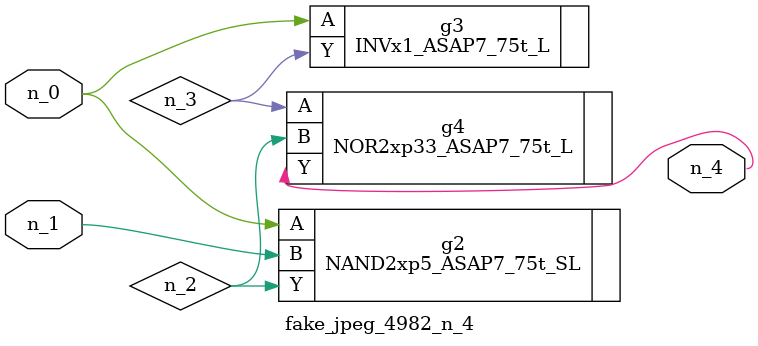
<source format=v>
module fake_jpeg_4982_n_4 (n_0, n_1, n_4);

input n_0;
input n_1;

output n_4;

wire n_3;
wire n_2;

NAND2xp5_ASAP7_75t_SL g2 ( 
.A(n_0),
.B(n_1),
.Y(n_2)
);

INVx1_ASAP7_75t_L g3 ( 
.A(n_0),
.Y(n_3)
);

NOR2xp33_ASAP7_75t_L g4 ( 
.A(n_3),
.B(n_2),
.Y(n_4)
);


endmodule
</source>
